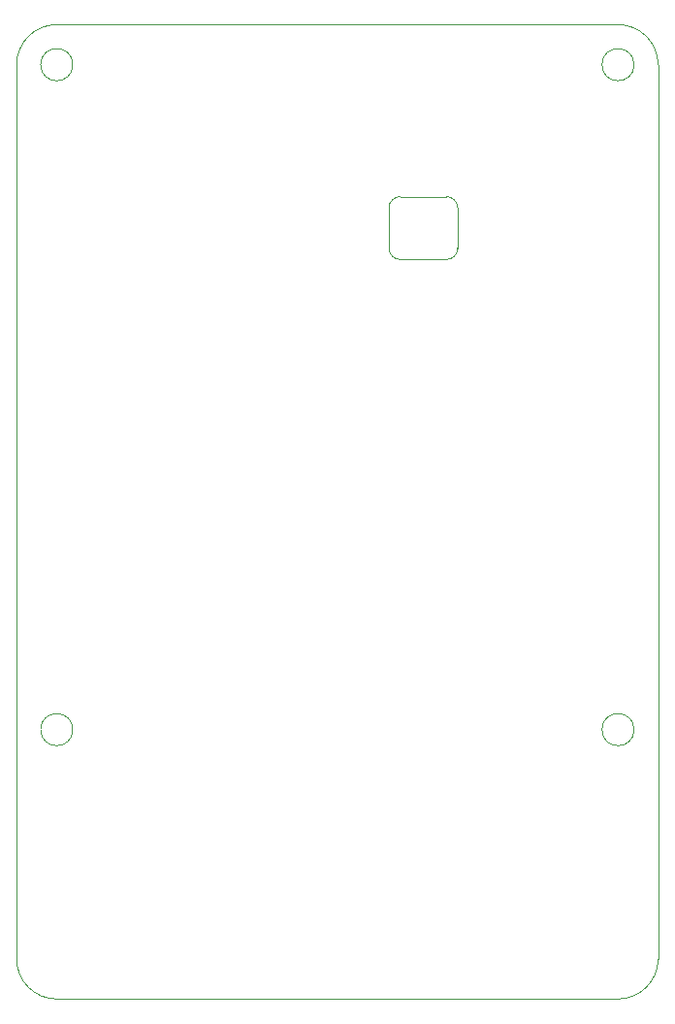
<source format=gm1>
G04 #@! TF.GenerationSoftware,KiCad,Pcbnew,6.0.11-2627ca5db0~126~ubuntu20.04.1*
G04 #@! TF.CreationDate,2024-05-08T23:36:26+05:00*
G04 #@! TF.ProjectId,19RPI24,31395250-4932-4342-9e6b-696361645f70,rev?*
G04 #@! TF.SameCoordinates,Original*
G04 #@! TF.FileFunction,Profile,NP*
%FSLAX46Y46*%
G04 Gerber Fmt 4.6, Leading zero omitted, Abs format (unit mm)*
G04 Created by KiCad (PCBNEW 6.0.11-2627ca5db0~126~ubuntu20.04.1) date 2024-05-08 23:36:26*
%MOMM*%
%LPD*%
G01*
G04 APERTURE LIST*
G04 #@! TA.AperFunction,Profile*
%ADD10C,0.100000*%
G04 #@! TD*
G04 APERTURE END LIST*
D10*
X29000000Y-29000000D02*
G75*
G03*
X25500000Y-32500000I0J-3500000D01*
G01*
X59000000Y-44000000D02*
G75*
G03*
X58000000Y-45000000I0J-1000000D01*
G01*
X25500000Y-110500000D02*
X25500000Y-32500000D01*
X30400000Y-90500000D02*
G75*
G03*
X30400000Y-90500000I-1400000J0D01*
G01*
X25500000Y-110500000D02*
G75*
G03*
X29000000Y-114000000I3500000J0D01*
G01*
X64000000Y-45000000D02*
G75*
G03*
X63000000Y-44000000I-1000000J0D01*
G01*
X81500000Y-32500000D02*
G75*
G03*
X78000000Y-29000000I-3500000J0D01*
G01*
X30400000Y-32500000D02*
G75*
G03*
X30400000Y-32500000I-1400000J0D01*
G01*
X58000000Y-48500000D02*
G75*
G03*
X59000000Y-49500000I1000000J0D01*
G01*
X64000000Y-48500000D02*
X64000000Y-45000000D01*
X78000000Y-114000000D02*
G75*
G03*
X81500000Y-110500000I0J3500000D01*
G01*
X59000000Y-49500000D02*
X63000000Y-49500000D01*
X58000000Y-45000000D02*
X58000000Y-48500000D01*
X63000000Y-44000000D02*
X59000000Y-44000000D01*
X63000000Y-49500000D02*
G75*
G03*
X64000000Y-48500000I0J1000000D01*
G01*
X78000000Y-114000000D02*
X29000000Y-114000000D01*
X29000000Y-29000000D02*
X78000000Y-29000000D01*
X79400001Y-32499999D02*
G75*
G03*
X79400001Y-32499999I-1400000J0D01*
G01*
X79400000Y-90500000D02*
G75*
G03*
X79400000Y-90500000I-1400000J0D01*
G01*
X81500000Y-32500000D02*
X81500000Y-110500000D01*
M02*

</source>
